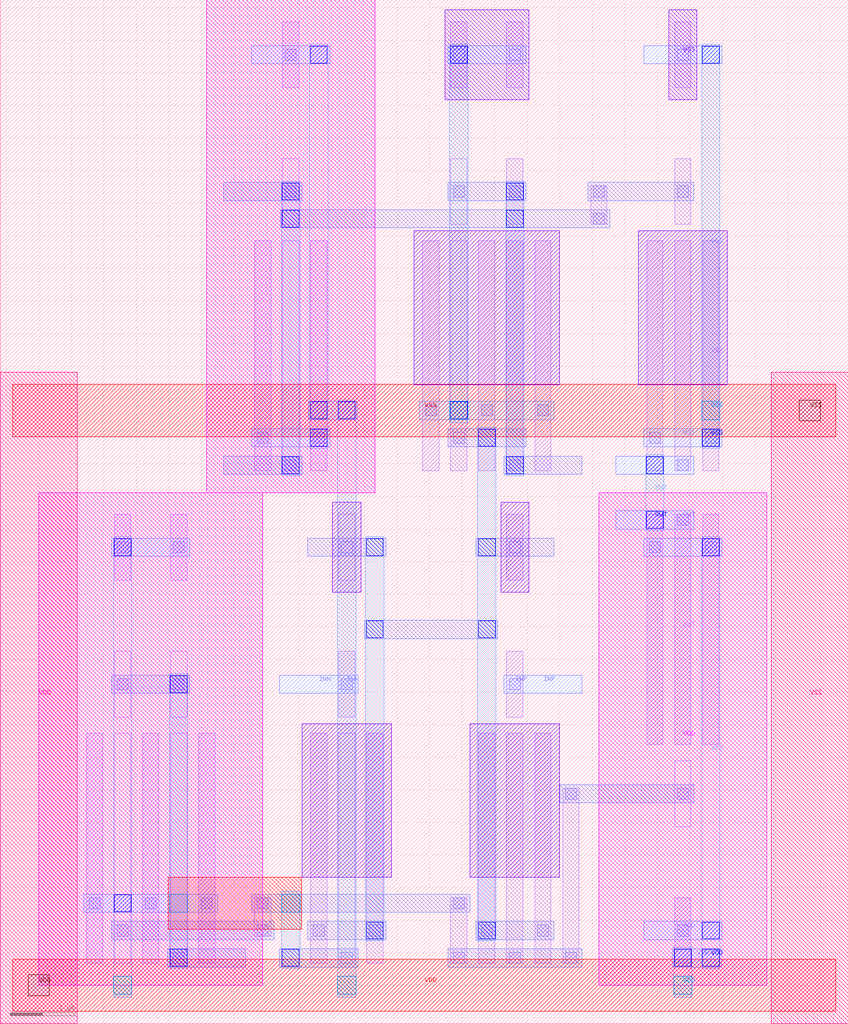
<source format=lef>
VERSION 5.7 ;
  NOWIREEXTENSIONATPIN ON ;
  DIVIDERCHAR "/" ;
  BUSBITCHARS "[]" ;
MACRO ADC_1BIT
  CLASS BLOCK ;
  FOREIGN ADC_1BIT ;
  ORIGIN 0.590 0.590 ;
  SIZE 13.020 BY 15.710 ;
  PIN VSS
    ANTENNADIFFAREA 3.385200 ;
    PORT
      LAYER pwell ;
        RECT 6.235 13.590 7.525 14.970 ;
        RECT 9.675 13.590 10.105 14.970 ;
      LAYER li1 ;
        RECT 6.325 13.775 6.575 14.785 ;
        RECT 7.185 13.775 7.435 14.785 ;
        RECT 9.765 13.775 10.015 14.785 ;
        RECT 5.895 7.895 6.145 11.425 ;
        RECT 6.755 7.895 7.005 11.425 ;
        RECT 7.615 7.895 7.865 11.425 ;
        RECT 9.335 7.895 9.585 11.425 ;
        RECT 10.195 7.895 10.445 11.425 ;
      LAYER mcon ;
        RECT 6.365 14.195 6.535 14.365 ;
        RECT 7.225 14.195 7.395 14.365 ;
        RECT 9.805 14.195 9.975 14.365 ;
        RECT 5.935 8.735 6.105 8.905 ;
        RECT 6.795 8.735 6.965 8.905 ;
        RECT 7.655 8.735 7.825 8.905 ;
        RECT 9.375 8.315 9.545 8.485 ;
        RECT 10.235 8.315 10.405 8.485 ;
      LAYER met1 ;
        RECT 6.280 14.140 7.480 14.420 ;
        RECT 9.290 14.140 10.490 14.420 ;
        RECT 5.850 8.680 7.910 8.960 ;
        RECT 9.290 8.260 10.490 8.540 ;
      LAYER via ;
        RECT 6.320 14.150 6.580 14.410 ;
        RECT 10.190 14.150 10.450 14.410 ;
        RECT 6.320 8.690 6.580 8.950 ;
        RECT 10.190 8.270 10.450 8.530 ;
      LAYER met2 ;
        RECT 6.310 8.635 6.590 14.440 ;
        RECT 10.180 8.240 10.460 14.440 ;
      LAYER via2 ;
        RECT 6.310 8.680 6.590 8.960 ;
        RECT 10.180 8.680 10.460 8.960 ;
      LAYER met3 ;
        RECT -0.400 8.420 12.240 9.220 ;
      LAYER via3 ;
        RECT 11.680 8.660 12.000 8.980 ;
      LAYER met4 ;
        RECT 11.250 -0.590 12.430 9.410 ;
    END
  END VSS
  PIN VDD
    ANTENNADIFFAREA 4.688600 ;
    PORT
      LAYER nwell ;
        RECT 2.580 7.560 5.160 15.120 ;
        RECT 0.000 0.000 3.440 7.560 ;
        RECT 8.600 0.000 11.180 7.560 ;
      LAYER li1 ;
        RECT 3.745 13.775 3.995 14.785 ;
        RECT 3.315 7.895 3.565 11.425 ;
        RECT 4.175 7.895 4.425 11.425 ;
        RECT 1.165 6.215 1.415 7.225 ;
        RECT 2.025 6.215 2.275 7.225 ;
        RECT 0.735 0.335 0.985 3.865 ;
        RECT 1.595 0.335 1.845 3.865 ;
        RECT 2.455 0.335 2.705 3.865 ;
        RECT 9.335 3.695 9.585 7.225 ;
        RECT 10.195 3.695 10.445 7.225 ;
        RECT 9.765 0.335 10.015 1.345 ;
      LAYER mcon ;
        RECT 3.785 14.195 3.955 14.365 ;
        RECT 3.355 8.315 3.525 8.485 ;
        RECT 4.215 8.315 4.385 8.485 ;
        RECT 1.205 6.635 1.375 6.805 ;
        RECT 2.065 6.635 2.235 6.805 ;
        RECT 9.375 6.635 9.545 6.805 ;
        RECT 0.775 1.175 0.945 1.345 ;
        RECT 1.635 1.175 1.805 1.345 ;
        RECT 10.235 6.635 10.405 6.805 ;
        RECT 2.495 1.175 2.665 1.345 ;
        RECT 9.805 0.755 9.975 0.925 ;
      LAYER met1 ;
        RECT 3.270 14.140 4.470 14.420 ;
        RECT 4.140 8.680 4.890 8.960 ;
        RECT 3.270 8.260 4.470 8.540 ;
        RECT 1.120 6.580 2.320 6.860 ;
        RECT 9.290 6.580 10.490 6.860 ;
        RECT 0.690 1.120 2.750 1.400 ;
        RECT 9.290 0.700 10.490 0.980 ;
        RECT 9.730 0.280 10.480 0.560 ;
      LAYER via ;
        RECT 4.170 14.150 4.430 14.410 ;
        RECT 4.170 8.690 4.430 8.950 ;
        RECT 4.600 8.690 4.860 8.950 ;
        RECT 4.170 8.270 4.430 8.530 ;
        RECT 1.160 6.590 1.420 6.850 ;
        RECT 10.190 6.590 10.450 6.850 ;
        RECT 1.160 1.130 1.420 1.390 ;
        RECT 10.190 0.710 10.450 0.970 ;
        RECT 9.760 0.290 10.020 0.550 ;
        RECT 10.190 0.290 10.450 0.550 ;
      LAYER met2 ;
        RECT 4.160 8.240 4.440 14.440 ;
        RECT 1.150 -0.185 1.430 6.880 ;
        RECT 4.590 -0.185 4.870 8.980 ;
        RECT 9.750 -0.185 10.030 0.580 ;
        RECT 10.180 0.260 10.460 6.880 ;
      LAYER via2 ;
        RECT 1.150 -0.140 1.430 0.140 ;
        RECT 4.590 -0.140 4.870 0.140 ;
        RECT 9.750 -0.140 10.030 0.140 ;
      LAYER met3 ;
        RECT -0.400 -0.400 12.240 0.400 ;
      LAYER via3 ;
        RECT -0.160 -0.160 0.160 0.160 ;
      LAYER met4 ;
        RECT -0.590 -0.590 0.590 9.410 ;
    END
  END VDD
  PIN OUT
    ANTENNADIFFAREA 1.176000 ;
    PORT
      LAYER li1 ;
        RECT 9.765 7.895 10.015 11.425 ;
        RECT 9.765 3.695 10.015 7.225 ;
      LAYER mcon ;
        RECT 9.805 7.895 9.975 8.065 ;
        RECT 9.805 7.055 9.975 7.225 ;
      LAYER met1 ;
        RECT 8.860 7.840 10.060 8.120 ;
        RECT 8.860 7.000 10.060 7.280 ;
      LAYER via ;
        RECT 9.330 7.850 9.590 8.110 ;
        RECT 9.330 7.010 9.590 7.270 ;
      LAYER met2 ;
        RECT 9.320 6.980 9.600 8.140 ;
    END
  END OUT
  PIN INN
    ANTENNAGATEAREA 0.630000 ;
    PORT
      LAYER li1 ;
        RECT 4.605 4.115 4.855 5.125 ;
      LAYER mcon ;
        RECT 4.645 4.535 4.815 4.705 ;
      LAYER met1 ;
        RECT 3.700 4.480 4.900 4.760 ;
    END
  END INN
  PIN INP
    ANTENNAGATEAREA 0.630000 ;
    PORT
      LAYER li1 ;
        RECT 7.185 4.115 7.435 5.125 ;
      LAYER mcon ;
        RECT 7.225 4.535 7.395 4.705 ;
      LAYER met1 ;
        RECT 7.140 4.480 8.340 4.760 ;
    END
  END INP
  OBS
      LAYER pwell ;
        RECT 5.765 9.215 7.995 11.575 ;
        RECT 9.205 9.215 10.575 11.575 ;
        RECT 4.515 6.030 4.945 7.410 ;
        RECT 7.095 6.030 7.525 7.410 ;
        RECT 4.045 1.655 5.415 4.015 ;
        RECT 6.625 1.655 7.995 4.015 ;
      LAYER li1 ;
        RECT 3.745 11.675 3.995 12.685 ;
        RECT 6.325 11.675 6.575 12.685 ;
        RECT 7.185 11.675 7.435 12.685 ;
        RECT 8.475 11.675 8.725 12.265 ;
        RECT 9.765 11.675 10.015 12.685 ;
        RECT 3.745 7.895 3.995 11.425 ;
        RECT 6.325 7.895 6.575 11.425 ;
        RECT 7.185 7.895 7.435 11.425 ;
        RECT 4.605 6.215 4.855 7.225 ;
        RECT 7.185 6.215 7.435 7.225 ;
        RECT 1.165 4.115 1.415 5.125 ;
        RECT 2.025 4.115 2.275 5.125 ;
        RECT 1.165 0.335 1.415 3.865 ;
        RECT 2.025 0.335 2.275 3.865 ;
        RECT 3.315 0.755 3.565 1.345 ;
        RECT 4.175 0.335 4.425 3.865 ;
        RECT 4.605 0.335 4.855 3.865 ;
        RECT 5.035 0.335 5.285 3.865 ;
        RECT 6.325 0.335 6.575 1.345 ;
        RECT 6.755 0.335 7.005 3.865 ;
        RECT 7.185 0.335 7.435 3.865 ;
        RECT 7.615 0.335 7.865 3.865 ;
        RECT 8.045 0.335 8.295 3.025 ;
        RECT 9.765 2.435 10.015 3.445 ;
      LAYER mcon ;
        RECT 3.785 12.095 3.955 12.265 ;
        RECT 6.365 12.095 6.535 12.265 ;
        RECT 7.225 12.095 7.395 12.265 ;
        RECT 8.515 12.095 8.685 12.265 ;
        RECT 8.515 11.675 8.685 11.845 ;
        RECT 9.805 12.095 9.975 12.265 ;
        RECT 3.785 7.895 3.955 8.065 ;
        RECT 6.365 8.315 6.535 8.485 ;
        RECT 7.225 7.895 7.395 8.065 ;
        RECT 4.645 6.635 4.815 6.805 ;
        RECT 7.225 6.635 7.395 6.805 ;
        RECT 1.205 4.535 1.375 4.705 ;
        RECT 2.065 4.535 2.235 4.705 ;
        RECT 1.205 0.755 1.375 0.925 ;
        RECT 3.355 1.175 3.525 1.345 ;
        RECT 3.355 0.755 3.525 0.925 ;
        RECT 4.215 0.755 4.385 0.925 ;
        RECT 2.065 0.335 2.235 0.505 ;
        RECT 4.645 0.335 4.815 0.505 ;
        RECT 5.075 0.755 5.245 0.925 ;
        RECT 6.365 1.175 6.535 1.345 ;
        RECT 6.365 0.335 6.535 0.505 ;
        RECT 6.795 0.755 6.965 0.925 ;
        RECT 7.225 0.335 7.395 0.505 ;
        RECT 7.655 0.755 7.825 0.925 ;
        RECT 8.085 2.855 8.255 3.025 ;
        RECT 9.805 2.855 9.975 3.025 ;
        RECT 8.085 0.335 8.255 0.505 ;
      LAYER met1 ;
        RECT 2.840 12.040 4.040 12.320 ;
        RECT 6.280 12.040 7.480 12.320 ;
        RECT 8.430 12.040 10.060 12.320 ;
        RECT 3.710 11.620 8.770 11.900 ;
        RECT 6.280 8.260 7.480 8.540 ;
        RECT 2.840 7.840 4.040 8.120 ;
        RECT 7.140 7.840 8.340 8.120 ;
        RECT 4.130 6.580 5.330 6.860 ;
        RECT 6.710 6.580 7.910 6.860 ;
        RECT 5.000 5.320 7.040 5.600 ;
        RECT 1.120 4.480 2.320 4.760 ;
        RECT 8.000 2.800 10.060 3.080 ;
        RECT 3.270 1.120 6.620 1.400 ;
        RECT 1.120 0.700 3.610 0.980 ;
        RECT 4.130 0.700 5.330 0.980 ;
        RECT 6.710 0.700 7.910 0.980 ;
        RECT 1.980 0.280 3.180 0.560 ;
        RECT 3.700 0.280 4.900 0.560 ;
        RECT 6.280 0.280 8.340 0.560 ;
      LAYER via ;
        RECT 3.740 12.050 4.000 12.310 ;
        RECT 7.180 12.050 7.440 12.310 ;
        RECT 3.740 11.630 4.000 11.890 ;
        RECT 7.180 11.630 7.440 11.890 ;
        RECT 6.750 8.270 7.010 8.530 ;
        RECT 3.740 7.850 4.000 8.110 ;
        RECT 7.180 7.850 7.440 8.110 ;
        RECT 5.030 6.590 5.290 6.850 ;
        RECT 6.750 6.590 7.010 6.850 ;
        RECT 5.030 5.330 5.290 5.590 ;
        RECT 6.750 5.330 7.010 5.590 ;
        RECT 2.020 4.490 2.280 4.750 ;
        RECT 5.030 0.710 5.290 0.970 ;
        RECT 6.750 0.710 7.010 0.970 ;
        RECT 2.020 0.290 2.280 0.550 ;
        RECT 3.740 0.290 4.000 0.550 ;
      LAYER met2 ;
        RECT 3.730 7.820 4.010 12.340 ;
        RECT 2.010 0.260 2.290 4.780 ;
        RECT 3.730 0.260 4.010 1.445 ;
        RECT 5.020 0.680 5.300 6.880 ;
        RECT 6.740 0.680 7.020 8.560 ;
        RECT 7.170 7.820 7.450 12.340 ;
      LAYER via2 ;
        RECT 2.010 1.120 2.290 1.400 ;
        RECT 3.730 1.120 4.010 1.400 ;
      LAYER met3 ;
        RECT 1.985 0.860 4.035 1.660 ;
  END
END ADC_1BIT
END LIBRARY


</source>
